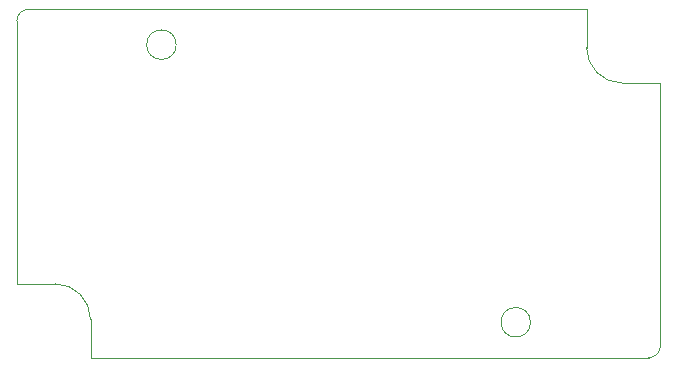
<source format=gbr>
G04 #@! TF.FileFunction,Profile,NP*
%FSLAX46Y46*%
G04 Gerber Fmt 4.6, Leading zero omitted, Abs format (unit mm)*
G04 Created by KiCad (PCBNEW (2015-03-10 BZR 5502)-product) date Monday, March 16, 2015 'PMt' 10:28:46 PM*
%MOMM*%
G01*
G04 APERTURE LIST*
%ADD10C,0.100000*%
G04 APERTURE END LIST*
D10*
X143500000Y-126500000D02*
G75*
G03X143500000Y-126500000I-1250000J0D01*
G01*
X113500000Y-103000000D02*
G75*
G03X113500000Y-103000000I-1250000J0D01*
G01*
X153500000Y-129500000D02*
G75*
G03X154500000Y-128500000I0J1000000D01*
G01*
X106250000Y-126250000D02*
G75*
G03X103250000Y-123250000I-3000000J0D01*
G01*
X106250000Y-129500000D02*
X106250000Y-126250000D01*
X153500000Y-129500000D02*
X106250000Y-129500000D01*
X154500000Y-106250000D02*
X154500000Y-128500000D01*
X151250000Y-106250000D02*
X154500000Y-106250000D01*
X148250000Y-103250000D02*
G75*
G03X151250000Y-106250000I3000000J0D01*
G01*
X148250000Y-100000000D02*
X148250000Y-103250000D01*
X100000000Y-123250000D02*
X103250000Y-123250000D01*
X100000000Y-101000000D02*
X100000000Y-123250000D01*
X101000000Y-100000000D02*
G75*
G03X100000000Y-101000000I0J-1000000D01*
G01*
X101000000Y-100000000D02*
X148250000Y-100000000D01*
M02*

</source>
